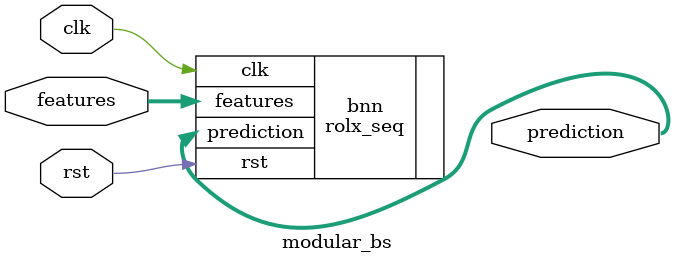
<source format=v>
`ifndef DUTNAME
`define DUTNAME modular_bs
parameter FEAT_CNT = 4;
parameter FEAT_BITS = 4;
parameter HIDDEN_CNT = 4;
parameter CLASS_CNT = 4;
`define WEIGHTS0 0
`define WEIGHTS1 0
`else
    `include `BSTRINGS
`endif
module `DUTNAME #(
`ifdef PARAMS
`include `PARAMS
`endif
  ) (
  input clk,
  input rst,
  input [FEAT_CNT*FEAT_BITS-1:0] features,
  output [$clog2(CLASS_CNT)-1:0] prediction
  );

  localparam Weights0 = `WEIGHTS0 ;
  localparam Weights1 = `WEIGHTS1 ;

  rolx_seq #(.FEAT_CNT(FEAT_CNT),.FEAT_BITS(FEAT_BITS),.HIDDEN_CNT(HIDDEN_CNT),.CLASS_CNT(CLASS_CNT),.Weights0(Weights0),.Weights1(Weights1)) bnn (
    .clk(clk),
    .rst(rst),
    .features(features),
    .prediction(prediction)
  );

endmodule

</source>
